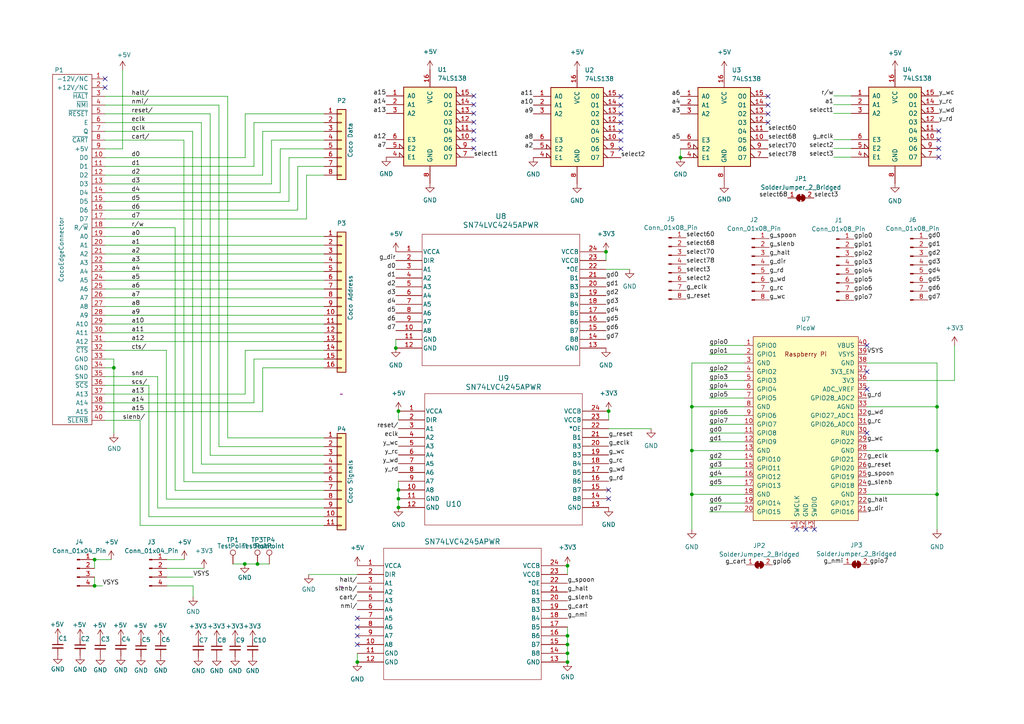
<source format=kicad_sch>
(kicad_sch (version 20230121) (generator eeschema)
  (paper "A4")
  (title_block (title "COPICO Bonobo") (date "2025-02-11") (rev "2.4a") (company "github strickyak copico-bonobo") (comment 1 "Henry Strickland") (comment 2 "Thomas Shanks"))
  (lib_symbols
    (symbol "2024-12-31_21-13-00:SN74LVC4245APWR" (pin_names (offset 0.254))
      (property "Reference" "U" (at 30.48 10.16 0))
      (property "Value" "SN74LVC4245APWR" (at 30.48 7.62 0))
      (symbol "SN74LVC4245APWR_0_1"
        (pin power_in line (at 0 0 0) (length 7.62) (name "VCCA") (number "1"))
        (pin bidirectional line (at 0 -22.86 0) (length 7.62) (name "A8") (number "10"))
        (pin power_in line (at 0 -25.4 0) (length 7.62) (name "GND") (number "11"))
        (pin power_in line (at 0 -27.94 0) (length 7.62) (name "GND") (number "12"))
        (pin power_in line (at 60.96 -27.94 180) (length 7.62) (name "GND") (number "13"))
        (pin bidirectional line (at 60.96 -25.4 180) (length 7.62) (name "B8") (number "14"))
        (pin bidirectional line (at 60.96 -22.86 180) (length 7.62) (name "B7") (number "15"))
        (pin bidirectional line (at 60.96 -20.32 180) (length 7.62) (name "B6") (number "16"))
        (pin bidirectional line (at 60.96 -17.78 180) (length 7.62) (name "B5") (number "17"))
        (pin bidirectional line (at 60.96 -15.24 180) (length 7.62) (name "B4") (number "18"))
        (pin bidirectional line (at 60.96 -12.7 180) (length 7.62) (name "B3") (number "19"))
        (pin input line (at 0 -2.54 0) (length 7.62) (name "DIR") (number "2"))
        (pin bidirectional line (at 60.96 -10.16 180) (length 7.62) (name "B3") (number "20"))
        (pin bidirectional line (at 60.96 -7.62 180) (length 7.62) (name "B1") (number "21"))
        (pin input line (at 60.96 -5.08 180) (length 7.62) (name "*OE") (number "22"))
        (pin power_in line (at 60.96 -2.54 180) (length 7.62) (name "VCCB") (number "23"))
        (pin power_in line (at 60.96 0 180) (length 7.62) (name "VCCB") (number "24"))
        (pin bidirectional line (at 0 -5.08 0) (length 7.62) (name "A1") (number "3"))
        (pin bidirectional line (at 0 -7.62 0) (length 7.62) (name "A2") (number "4"))
        (pin bidirectional line (at 0 -10.16 0) (length 7.62) (name "A3") (number "5"))
        (pin bidirectional line (at 0 -12.7 0) (length 7.62) (name "A4") (number "6"))
        (pin bidirectional line (at 0 -15.24 0) (length 7.62) (name "A5") (number "7"))
        (pin bidirectional line (at 0 -17.78 0) (length 7.62) (name "A6") (number "8"))
        (pin bidirectional line (at 0 -20.32 0) (length 7.62) (name "A7") (number "9"))
      )
    )
    (symbol "74xx:74LS138" (pin_names (offset 1.016))
      (property "Reference" "U" (at -7.62 11.43 0))
      (property "Value" "74LS138" (at -7.62 -13.97 0))
      (symbol "74LS138_1_0"
        (pin input line (at -12.7 7.62 0) (length 5.08) (name "A0") (number "1"))
        (pin output output_low (at 12.7 -5.08 180) (length 5.08) (name "O5") (number "10"))
        (pin output output_low (at 12.7 -2.54 180) (length 5.08) (name "O4") (number "11"))
        (pin output output_low (at 12.7 0 180) (length 5.08) (name "O3") (number "12"))
        (pin output output_low (at 12.7 2.54 180) (length 5.08) (name "O2") (number "13"))
        (pin output output_low (at 12.7 5.08 180) (length 5.08) (name "O1") (number "14"))
        (pin output output_low (at 12.7 7.62 180) (length 5.08) (name "O0") (number "15"))
        (pin power_in line (at 0 15.24 270) (length 5.08) (name "VCC") (number "16"))
        (pin input line (at -12.7 5.08 0) (length 5.08) (name "A1") (number "2"))
        (pin input line (at -12.7 2.54 0) (length 5.08) (name "A2") (number "3"))
        (pin input input_low (at -12.7 -10.16 0) (length 5.08) (name "E1") (number "4"))
        (pin input input_low (at -12.7 -7.62 0) (length 5.08) (name "E2") (number "5"))
        (pin input line (at -12.7 -5.08 0) (length 5.08) (name "E3") (number "6"))
        (pin output output_low (at 12.7 -10.16 180) (length 5.08) (name "O7") (number "7"))
        (pin power_in line (at 0 -17.78 90) (length 5.08) (name "GND") (number "8"))
        (pin output output_low (at 12.7 -7.62 180) (length 5.08) (name "O6") (number "9"))
      )
    )
    (symbol "Connector:Conn_01x04_Pin" (pin_names (offset 1.016) hide)
      (property "Reference" "J" (at 0 5.08 0))
      (property "Value" "Conn_01x04_Pin" (at 0 -7.62 0))
      (symbol "Conn_01x04_Pin_1_1"
        (pin passive line (at 5.08 2.54 180) (length 3.81) (name "Pin_1") (number "1"))
        (pin passive line (at 5.08 0 180) (length 3.81) (name "Pin_2") (number "2"))
        (pin passive line (at 5.08 -2.54 180) (length 3.81) (name "Pin_3") (number "3"))
        (pin passive line (at 5.08 -5.08 180) (length 3.81) (name "Pin_4") (number "4"))
      )
    )
    (symbol "Connector:Conn_01x08_Pin" (pin_names (offset 1.016) hide)
      (property "Reference" "J" (at 0 10.16 0))
      (property "Value" "Conn_01x08_Pin" (at 0 -12.7 0))
      (symbol "Conn_01x08_Pin_1_1"
        (pin passive line (at 5.08 7.62 180) (length 3.81) (name "Pin_1") (number "1"))
        (pin passive line (at 5.08 5.08 180) (length 3.81) (name "Pin_2") (number "2"))
        (pin passive line (at 5.08 2.54 180) (length 3.81) (name "Pin_3") (number "3"))
        (pin passive line (at 5.08 0 180) (length 3.81) (name "Pin_4") (number "4"))
        (pin passive line (at 5.08 -2.54 180) (length 3.81) (name "Pin_5") (number "5"))
        (pin passive line (at 5.08 -5.08 180) (length 3.81) (name "Pin_6") (number "6"))
        (pin passive line (at 5.08 -7.62 180) (length 3.81) (name "Pin_7") (number "7"))
        (pin passive line (at 5.08 -10.16 180) (length 3.81) (name "Pin_8") (number "8"))
      )
    )
    (symbol "Connector:TestPoint" (pin_numbers hide) (pin_names (offset 0.762) hide)
      (property "Reference" "TP" (at 0 6.858 0))
      (property "Value" "TestPoint" (at 0 5.08 0))
      (symbol "TestPoint_1_1"
        (pin passive line (at 0 0 90) (length 2.54) (name "1") (number "1"))
      )
    )
    (symbol "Connector_Generic:Conn_01x08" (pin_names (offset 1.016) hide)
      (property "Reference" "J" (at 0 10.16 0))
      (property "Value" "Conn_01x08" (at 0 -12.7 0))
      (symbol "Conn_01x08_1_1"
        (pin passive line (at -5.08 7.62 0) (length 3.81) (name "Pin_1") (number "1"))
        (pin passive line (at -5.08 5.08 0) (length 3.81) (name "Pin_2") (number "2"))
        (pin passive line (at -5.08 2.54 0) (length 3.81) (name "Pin_3") (number "3"))
        (pin passive line (at -5.08 0 0) (length 3.81) (name "Pin_4") (number "4"))
        (pin passive line (at -5.08 -2.54 0) (length 3.81) (name "Pin_5") (number "5"))
        (pin passive line (at -5.08 -5.08 0) (length 3.81) (name "Pin_6") (number "6"))
        (pin passive line (at -5.08 -7.62 0) (length 3.81) (name "Pin_7") (number "7"))
        (pin passive line (at -5.08 -10.16 0) (length 3.81) (name "Pin_8") (number "8"))
      )
    )
    (symbol "Connector_Generic:Conn_01x11" (pin_names (offset 1.016) hide)
      (property "Reference" "J" (at 0 15.24 0))
      (property "Value" "Conn_01x11" (at 0 -15.24 0))
      (symbol "Conn_01x11_1_1"
        (pin passive line (at -5.08 12.7 0) (length 3.81) (name "Pin_1") (number "1"))
        (pin passive line (at -5.08 -10.16 0) (length 3.81) (name "Pin_10") (number "10"))
        (pin passive line (at -5.08 -12.7 0) (length 3.81) (name "Pin_11") (number "11"))
        (pin passive line (at -5.08 10.16 0) (length 3.81) (name "Pin_2") (number "2"))
        (pin passive line (at -5.08 7.62 0) (length 3.81) (name "Pin_3") (number "3"))
        (pin passive line (at -5.08 5.08 0) (length 3.81) (name "Pin_4") (number "4"))
        (pin passive line (at -5.08 2.54 0) (length 3.81) (name "Pin_5") (number "5"))
        (pin passive line (at -5.08 0 0) (length 3.81) (name "Pin_6") (number "6"))
        (pin passive line (at -5.08 -2.54 0) (length 3.81) (name "Pin_7") (number "7"))
        (pin passive line (at -5.08 -5.08 0) (length 3.81) (name "Pin_8") (number "8"))
        (pin passive line (at -5.08 -7.62 0) (length 3.81) (name "Pin_9") (number "9"))
      )
    )
    (symbol "Connector_Generic:Conn_01x16" (pin_names (offset 1.016) hide)
      (property "Reference" "J" (at 0 20.32 0))
      (property "Value" "Conn_01x16" (at 0 -22.86 0))
      (symbol "Conn_01x16_1_1"
        (pin passive line (at -5.08 17.78 0) (length 3.81) (name "Pin_1") (number "1"))
        (pin passive line (at -5.08 -5.08 0) (length 3.81) (name "Pin_10") (number "10"))
        (pin passive line (at -5.08 -7.62 0) (length 3.81) (name "Pin_11") (number "11"))
        (pin passive line (at -5.08 -10.16 0) (length 3.81) (name "Pin_12") (number "12"))
        (pin passive line (at -5.08 -12.7 0) (length 3.81) (name "Pin_13") (number "13"))
        (pin passive line (at -5.08 -15.24 0) (length 3.81) (name "Pin_14") (number "14"))
        (pin passive line (at -5.08 -17.78 0) (length 3.81) (name "Pin_15") (number "15"))
        (pin passive line (at -5.08 -20.32 0) (length 3.81) (name "Pin_16") (number "16"))
        (pin passive line (at -5.08 15.24 0) (length 3.81) (name "Pin_2") (number "2"))
        (pin passive line (at -5.08 12.7 0) (length 3.81) (name "Pin_3") (number "3"))
        (pin passive line (at -5.08 10.16 0) (length 3.81) (name "Pin_4") (number "4"))
        (pin passive line (at -5.08 7.62 0) (length 3.81) (name "Pin_5") (number "5"))
        (pin passive line (at -5.08 5.08 0) (length 3.81) (name "Pin_6") (number "6"))
        (pin passive line (at -5.08 2.54 0) (length 3.81) (name "Pin_7") (number "7"))
        (pin passive line (at -5.08 0 0) (length 3.81) (name "Pin_8") (number "8"))
        (pin passive line (at -5.08 -2.54 0) (length 3.81) (name "Pin_9") (number "9"))
      )
    )
    (symbol "Device:C_Small" (pin_numbers hide) (pin_names (offset 0.254) hide)
      (property "Reference" "C" (at 0.254 1.778 0))
      (property "Value" "C_Small" (at 0.254 -2.032 0))
      (symbol "C_Small_1_1"
        (pin passive line (at 0 2.54 270) (length 2.032) (name "~") (number "1"))
        (pin passive line (at 0 -2.54 90) (length 2.032) (name "~") (number "2"))
      )
    )
    (symbol "Jumper:SolderJumper_2_Bridged" (pin_names (offset 0) hide)
      (property "Reference" "JP" (at 0 2.032 0))
      (property "Value" "SolderJumper_2_Bridged" (at 0 -2.54 0))
      (symbol "SolderJumper_2_Bridged_1_1"
        (pin passive line (at -3.81 0 0) (length 2.54) (name "A") (number "1"))
        (pin passive line (at 3.81 0 180) (length 2.54) (name "B") (number "2"))
      )
    )
    (symbol "dippy:PicoW" (pin_names (offset 1.016))
      (property "Reference" "U" (at -13.97 27.94 0))
      (property "Value" "PicoW" (at 0 19.05 0))
      (symbol "PicoW_0_0"
        (text "Raspberry Pi" (at 0 21.59 0) (effects (font (size 1.27 1.27))))
      )
      (symbol "PicoW_1_1"
        (pin bidirectional line (at -17.78 24.13 0) (length 2.54) (name "GPIO0") (number "1"))
        (pin bidirectional line (at -17.78 1.27 0) (length 2.54) (name "GPIO7") (number "10"))
        (pin bidirectional line (at -17.78 -1.27 0) (length 2.54) (name "GPIO8") (number "11"))
        (pin bidirectional line (at -17.78 -3.81 0) (length 2.54) (name "GPIO9") (number "12"))
        (pin power_in line (at -17.78 -6.35 0) (length 2.54) (name "GND") (number "13"))
        (pin bidirectional line (at -17.78 -8.89 0) (length 2.54) (name "GPIO10") (number "14"))
        (pin bidirectional line (at -17.78 -11.43 0) (length 2.54) (name "GPIO11") (number "15"))
        (pin bidirectional line (at -17.78 -13.97 0) (length 2.54) (name "GPIO12") (number "16"))
        (pin bidirectional line (at -17.78 -16.51 0) (length 2.54) (name "GPIO13") (number "17"))
        (pin power_in line (at -17.78 -19.05 0) (length 2.54) (name "GND") (number "18"))
        (pin bidirectional line (at -17.78 -21.59 0) (length 2.54) (name "GPIO14") (number "19"))
        (pin bidirectional line (at -17.78 21.59 0) (length 2.54) (name "GPIO1") (number "2"))
        (pin bidirectional line (at -17.78 -24.13 0) (length 2.54) (name "GPIO15") (number "20"))
        (pin bidirectional line (at 17.78 -24.13 180) (length 2.54) (name "GPIO16") (number "21"))
        (pin bidirectional line (at 17.78 -21.59 180) (length 2.54) (name "GPIO17") (number "22"))
        (pin power_in line (at 17.78 -19.05 180) (length 2.54) (name "GND") (number "23"))
        (pin bidirectional line (at 17.78 -16.51 180) (length 2.54) (name "GPIO18") (number "24"))
        (pin bidirectional line (at 17.78 -13.97 180) (length 2.54) (name "GPIO19") (number "25"))
        (pin bidirectional line (at 17.78 -11.43 180) (length 2.54) (name "GPIO20") (number "26"))
        (pin bidirectional line (at 17.78 -8.89 180) (length 2.54) (name "GPIO21") (number "27"))
        (pin power_in line (at 17.78 -6.35 180) (length 2.54) (name "GND") (number "28"))
        (pin bidirectional line (at 17.78 -3.81 180) (length 2.54) (name "GPIO22") (number "29"))
        (pin power_in line (at -17.78 19.05 0) (length 2.54) (name "GND") (number "3"))
        (pin input line (at 17.78 -1.27 180) (length 2.54) (name "RUN") (number "30"))
        (pin bidirectional line (at 17.78 1.27 180) (length 2.54) (name "GPIO26_ADC0") (number "31"))
        (pin bidirectional line (at 17.78 3.81 180) (length 2.54) (name "GPIO27_ADC1") (number "32"))
        (pin power_in line (at 17.78 6.35 180) (length 2.54) (name "AGND") (number "33"))
        (pin bidirectional line (at 17.78 8.89 180) (length 2.54) (name "GPIO28_ADC2") (number "34"))
        (pin unspecified line (at 17.78 11.43 180) (length 2.54) (name "ADC_VREF") (number "35"))
        (pin unspecified line (at 17.78 13.97 180) (length 2.54) (name "3V3") (number "36"))
        (pin input line (at 17.78 16.51 180) (length 2.54) (name "3V3_EN") (number "37"))
        (pin bidirectional line (at 17.78 19.05 180) (length 2.54) (name "GND") (number "38"))
        (pin unspecified line (at 17.78 21.59 180) (length 2.54) (name "VSYS") (number "39"))
        (pin bidirectional line (at -17.78 16.51 0) (length 2.54) (name "GPIO2") (number "4"))
        (pin unspecified line (at 17.78 24.13 180) (length 2.54) (name "VBUS") (number "40"))
        (pin input line (at -2.54 -29.21 90) (length 2.54) (name "SWCLK") (number "41"))
        (pin power_in line (at 0 -29.21 90) (length 2.54) (name "GND") (number "42"))
        (pin bidirectional line (at 2.54 -29.21 90) (length 2.54) (name "SWDIO") (number "43"))
        (pin bidirectional line (at -17.78 13.97 0) (length 2.54) (name "GPIO3") (number "5"))
        (pin bidirectional line (at -17.78 11.43 0) (length 2.54) (name "GPIO4") (number "6"))
        (pin bidirectional line (at -17.78 8.89 0) (length 2.54) (name "GPIO5") (number "7"))
        (pin power_in line (at -17.78 6.35 0) (length 2.54) (name "GND") (number "8"))
        (pin bidirectional line (at -17.78 3.81 0) (length 2.54) (name "GPIO6") (number "9"))
      )
    )
    (symbol "power:+3V3" (power) (pin_names (offset 0))
      (property "Value" "+3V3" (at 0 3.556 0))
      (symbol "+3V3_1_1"
        (pin power_in line (at 0 0 90) (length 0) hide (name "+3V3") (number "1"))
      )
    )
    (symbol "power:+5V" (power) (pin_names (offset 0))
      (property "Value" "+5V" (at 0 3.556 0))
      (symbol "+5V_1_1"
        (pin power_in line (at 0 0 90) (length 0) hide (name "+5V") (number "1"))
      )
    )
    (symbol "power:GND" (power) (pin_names (offset 0))
      (property "Value" "GND" (at 0 -3.81 0))
      (symbol "GND_1_1"
        (pin power_in line (at 0 0 270) (length 0) hide (name "GND") (number "1"))
      )
    )
    (symbol "spoon2-rescue:COCO_EDGE_CONNECTOR-00_Custom" (pin_names (offset 1.016))
      (property "Reference" "P" (at -3.175 52.07 0))
      (property "Value" "00_Custom_COCO_EDGE_CONNECTOR" (at -2.54 0 90))
      (symbol "COCO_EDGE_CONNECTOR-00_Custom_1_1"
        (pin power_out line (at 10.16 49.53 180) (length 3.81) (name "-12V/NC") (number "1"))
        (pin passive line (at 10.16 26.67 180) (length 3.81) (name "D0") (number "10"))
        (pin passive line (at 10.16 24.13 180) (length 3.81) (name "D1") (number "11"))
        (pin passive line (at 10.16 21.59 180) (length 3.81) (name "D2") (number "12"))
        (pin passive line (at 10.16 19.05 180) (length 3.81) (name "D3") (number "13"))
        (pin passive line (at 10.16 16.51 180) (length 3.81) (name "D4") (number "14"))
        (pin passive line (at 10.16 13.97 180) (length 3.81) (name "D5") (number "15"))
        (pin passive line (at 10.16 11.43 180) (length 3.81) (name "D6") (number "16"))
        (pin passive line (at 10.16 8.89 180) (length 3.81) (name "D7") (number "17"))
        (pin passive line (at 10.16 6.35 180) (length 3.81) (name "R/~{W}") (number "18"))
        (pin passive line (at 10.16 3.81 180) (length 3.81) (name "A0") (number "19"))
        (pin power_out line (at 10.16 46.99 180) (length 3.81) (name "+12V/NC") (number "2"))
        (pin passive line (at 10.16 1.27 180) (length 3.81) (name "A1") (number "20"))
        (pin passive line (at 10.16 -1.27 180) (length 3.81) (name "A2") (number "21"))
        (pin passive line (at 10.16 -3.81 180) (length 3.81) (name "A3") (number "22"))
        (pin passive line (at 10.16 -6.35 180) (length 3.81) (name "A4") (number "23"))
        (pin passive line (at 10.16 -8.89 180) (length 3.81) (name "A5") (number "24"))
        (pin passive line (at 10.16 -11.43 180) (length 3.81) (name "A6") (number "25"))
        (pin passive line (at 10.16 -13.97 180) (length 3.81) (name "A7") (number "26"))
        (pin passive line (at 10.16 -16.51 180) (length 3.81) (name "A8") (number "27"))
        (pin passive line (at 10.16 -19.05 180) (length 3.81) (name "A9") (number "28"))
        (pin passive line (at 10.16 -21.59 180) (length 3.81) (name "A10") (number "29"))
        (pin passive line (at 10.16 44.45 180) (length 3.81) (name "~{HALT}") (number "3"))
        (pin passive line (at 10.16 -24.13 180) (length 3.81) (name "A11") (number "30"))
        (pin passive line (at 10.16 -26.67 180) (length 3.81) (name "A12") (number "31"))
        (pin passive line (at 10.16 -29.21 180) (length 3.81) (name "~{CTS}") (number "32"))
        (pin power_out line (at 10.16 -31.75 180) (length 3.81) (name "GND") (number "33"))
        (pin power_in line (at 10.16 -34.29 180) (length 3.81) (name "GND") (number "34"))
        (pin passive line (at 10.16 -36.83 180) (length 3.81) (name "SND") (number "35"))
        (pin passive line (at 10.16 -39.37 180) (length 3.81) (name "~{SCS}") (number "36"))
        (pin passive line (at 10.16 -41.91 180) (length 3.81) (name "A13") (number "37"))
        (pin passive line (at 10.16 -44.45 180) (length 3.81) (name "A14") (number "38"))
        (pin passive line (at 10.16 -46.99 180) (length 3.81) (name "A15") (number "39"))
        (pin passive line (at 10.16 41.91 180) (length 3.81) (name "~{NMI}") (number "4"))
        (pin passive line (at 10.16 -49.53 180) (length 3.81) (name "~{SLENB}") (number "40"))
        (pin passive line (at 10.16 39.37 180) (length 3.81) (name "~{RESET}") (number "5"))
        (pin passive line (at 10.16 36.83 180) (length 3.81) (name "E") (number "6"))
        (pin passive line (at 10.16 34.29 180) (length 3.81) (name "Q") (number "7"))
        (pin passive line (at 10.16 31.75 180) (length 3.81) (name "~{CART}") (number "8"))
        (pin power_out line (at 10.16 29.21 180) (length 3.81) (name "+5V") (number "9"))
      )
    )
  )
  (junction (at 70.993 163.576))
  (junction (at 115.57 119.253))
  (junction (at 200.66 143.383))
  (junction (at 103.632 192.024))
  (junction (at 164.592 192.024))
  (junction (at 164.592 184.404))
  (junction (at 271.78 117.983))
  (junction (at 164.592 189.484))
  (junction (at 197.358 45.72))
  (junction (at 164.592 164.084))
  (junction (at 115.57 144.653))
  (junction (at 164.592 186.944))
  (junction (at 27.432 169.926))
  (junction (at 114.808 100.965))
  (junction (at 176.53 119.253))
  (junction (at 74.676 163.576))
  (junction (at 200.66 130.683))
  (junction (at 33.02 106.68))
  (junction (at 200.66 117.983))
  (junction (at 27.432 162.306))
  (junction (at 175.768 73.025))
  (junction (at 115.57 142.113))
  (junction (at 271.78 130.683))
  (junction (at 271.78 143.383))
  (junction (at 115.57 147.193))
  (no_connect (at 231.14 153.543))
  (no_connect (at 137.414 43.053))
  (no_connect (at 137.414 37.973))
  (no_connect (at 137.414 40.513))
  (no_connect (at 180.086 43.18))
  (no_connect (at 176.53 142.113))
  (no_connect (at 176.53 144.653))
  (no_connect (at 103.632 184.404))
  (no_connect (at 251.46 125.603))
  (no_connect (at 103.632 181.864))
  (no_connect (at 180.086 33.02))
  (no_connect (at 222.758 27.94))
  (no_connect (at 222.758 33.02))
  (no_connect (at 180.086 38.1))
  (no_connect (at 180.086 35.56))
  (no_connect (at 137.414 30.353))
  (no_connect (at 272.288 45.593))
  (no_connect (at 236.22 153.543))
  (no_connect (at 272.288 40.513))
  (no_connect (at 251.46 100.203))
  (no_connect (at 272.288 37.973))
  (no_connect (at 30.48 22.86))
  (no_connect (at 180.086 27.94))
  (no_connect (at 30.48 25.4))
  (no_connect (at 103.632 186.944))
  (no_connect (at 222.758 35.56))
  (no_connect (at 137.414 35.433))
  (no_connect (at 103.632 179.324))
  (no_connect (at 137.414 32.893))
  (no_connect (at 272.288 43.053))
  (no_connect (at 222.758 30.48))
  (no_connect (at 180.086 40.64))
  (no_connect (at 180.086 30.48))
  (no_connect (at 137.414 27.813))
  (no_connect (at 251.46 107.823))
  (no_connect (at 233.68 153.543))
  (no_connect (at 251.46 112.903))
  (wire (pts (xy 71.12 114.3) (xy 71.12 101.6)))
  (wire (pts (xy 241.808 27.813) (xy 246.888 27.813)))
  (wire (pts (xy 30.48 45.72) (xy 71.12 45.72)))
  (wire (pts (xy 175.768 73.025) (xy 175.768 75.565)))
  (wire (pts (xy 164.592 164.084) (xy 164.592 166.624)))
  (wire (pts (xy 205.74 110.363) (xy 215.9 110.363)))
  (wire (pts (xy 164.592 186.944) (xy 164.592 189.484)))
  (wire (pts (xy 33.02 106.68) (xy 30.48 106.68)))
  (wire (pts (xy 251.46 143.383) (xy 271.78 143.383)))
  (wire (pts (xy 30.48 104.14) (xy 33.02 104.14)))
  (wire (pts (xy 27.432 169.926) (xy 29.718 169.926)))
  (wire (pts (xy 30.48 53.34) (xy 78.74 53.34)))
  (wire (pts (xy 70.993 163.576) (xy 74.676 163.576)))
  (wire (pts (xy 58.42 134.62) (xy 58.42 35.56)))
  (wire (pts (xy 205.74 100.203) (xy 215.9 100.203)))
  (wire (pts (xy 251.46 110.363) (xy 276.86 110.363)))
  (wire (pts (xy 251.46 130.683) (xy 271.78 130.683)))
  (wire (pts (xy 200.66 117.983) (xy 200.66 130.683)))
  (wire (pts (xy 48.26 144.78) (xy 48.26 101.6)))
  (wire (pts (xy 205.74 133.223) (xy 215.9 133.223)))
  (wire (pts (xy 205.74 145.923) (xy 215.9 145.923)))
  (wire (pts (xy 115.57 142.113) (xy 115.57 144.653)))
  (wire (pts (xy 93.98 88.9) (xy 30.48 88.9)))
  (wire (pts (xy 33.02 106.68) (xy 33.02 125.73)))
  (wire (pts (xy 176.53 124.333) (xy 188.849 124.333)))
  (wire (pts (xy 60.96 33.02) (xy 60.96 132.08)))
  (wire (pts (xy 30.48 43.18) (xy 35.56 43.18)))
  (wire (pts (xy 241.808 32.893) (xy 246.888 32.893)))
  (wire (pts (xy 205.74 138.303) (xy 215.9 138.303)))
  (wire (pts (xy 81.28 55.88) (xy 81.28 43.18)))
  (wire (pts (xy 88.9 50.8) (xy 93.98 50.8)))
  (wire (pts (xy 40.64 152.4) (xy 93.98 152.4)))
  (wire (pts (xy 76.2 38.1) (xy 93.98 38.1)))
  (wire (pts (xy 74.676 163.576) (xy 78.105 163.576)))
  (wire (pts (xy 271.78 130.683) (xy 271.78 143.383)))
  (wire (pts (xy 60.96 132.08) (xy 93.98 132.08)))
  (wire (pts (xy 30.48 93.98) (xy 93.98 93.98)))
  (wire (pts (xy 175.768 78.105) (xy 182.626 78.105)))
  (wire (pts (xy 55.88 38.1) (xy 55.88 137.16)))
  (wire (pts (xy 63.5 30.48) (xy 63.5 129.54)))
  (wire (pts (xy 164.592 181.864) (xy 164.592 184.404)))
  (wire (pts (xy 115.57 139.573) (xy 115.57 142.113)))
  (wire (pts (xy 43.18 111.76) (xy 30.48 111.76)))
  (wire (pts (xy 48.26 101.6) (xy 30.48 101.6)))
  (wire (pts (xy 81.28 43.18) (xy 93.98 43.18)))
  (wire (pts (xy 200.66 130.683) (xy 215.9 130.683)))
  (wire (pts (xy 164.592 184.404) (xy 164.592 186.944)))
  (wire (pts (xy 176.53 119.253) (xy 176.53 121.793)))
  (wire (pts (xy 200.66 143.383) (xy 215.9 143.383)))
  (wire (pts (xy 86.36 48.26) (xy 93.98 48.26)))
  (wire (pts (xy 53.34 139.7) (xy 53.34 40.64)))
  (wire (pts (xy 115.57 144.653) (xy 115.57 147.193)))
  (wire (pts (xy 30.48 91.44) (xy 93.98 91.44)))
  (wire (pts (xy 30.48 81.28) (xy 93.98 81.28)))
  (wire (pts (xy 205.74 135.763) (xy 215.9 135.763)))
  (wire (pts (xy 53.34 40.64) (xy 30.48 40.64)))
  (wire (pts (xy 30.48 48.26) (xy 73.66 48.26)))
  (wire (pts (xy 103.632 189.484) (xy 103.632 192.024)))
  (wire (pts (xy 73.66 35.56) (xy 93.98 35.56)))
  (wire (pts (xy 48.387 169.926) (xy 56.007 169.926)))
  (wire (pts (xy 205.74 125.603) (xy 215.9 125.603)))
  (wire (pts (xy 30.48 63.5) (xy 88.9 63.5)))
  (wire (pts (xy 205.74 107.823) (xy 215.9 107.823)))
  (wire (pts (xy 58.42 35.56) (xy 30.48 35.56)))
  (wire (pts (xy 78.74 40.64) (xy 93.98 40.64)))
  (wire (pts (xy 205.74 120.523) (xy 215.9 120.523)))
  (wire (pts (xy 114.808 98.425) (xy 114.808 100.965)))
  (wire (pts (xy 205.74 112.903) (xy 215.9 112.903)))
  (wire (pts (xy 45.72 147.32) (xy 93.98 147.32)))
  (wire (pts (xy 66.04 27.94) (xy 66.04 127)))
  (wire (pts (xy 71.12 45.72) (xy 71.12 33.02)))
  (wire (pts (xy 71.12 101.6) (xy 93.98 101.6)))
  (wire (pts (xy 30.48 33.02) (xy 60.96 33.02)))
  (wire (pts (xy 56.007 169.926) (xy 56.007 173.101)))
  (wire (pts (xy 93.98 76.2) (xy 30.48 76.2)))
  (wire (pts (xy 50.8 66.04) (xy 50.8 142.24)))
  (wire (pts (xy 30.48 55.88) (xy 81.28 55.88)))
  (wire (pts (xy 93.98 78.74) (xy 30.48 78.74)))
  (wire (pts (xy 200.66 117.983) (xy 215.9 117.983)))
  (wire (pts (xy 30.48 114.3) (xy 71.12 114.3)))
  (wire (pts (xy 55.88 137.16) (xy 93.98 137.16)))
  (wire (pts (xy 93.98 134.62) (xy 58.42 134.62)))
  (wire (pts (xy 30.48 30.48) (xy 63.5 30.48)))
  (wire (pts (xy 27.432 167.386) (xy 27.432 169.926)))
  (wire (pts (xy 271.78 117.983) (xy 271.78 130.683)))
  (wire (pts (xy 30.48 27.94) (xy 66.04 27.94)))
  (wire (pts (xy 45.72 109.22) (xy 45.72 147.32)))
  (wire (pts (xy 30.48 86.36) (xy 93.98 86.36)))
  (wire (pts (xy 276.86 100.203) (xy 276.86 110.363)))
  (wire (pts (xy 30.48 121.92) (xy 40.64 121.92)))
  (wire (pts (xy 251.46 105.283) (xy 271.78 105.283)))
  (wire (pts (xy 73.66 104.14) (xy 73.66 116.84)))
  (wire (pts (xy 63.5 129.54) (xy 93.98 129.54)))
  (wire (pts (xy 205.74 123.063) (xy 215.9 123.063)))
  (wire (pts (xy 27.432 162.306) (xy 32.258 162.306)))
  (wire (pts (xy 164.592 189.484) (xy 164.592 192.024)))
  (wire (pts (xy 93.98 96.52) (xy 30.48 96.52)))
  (wire (pts (xy 83.82 45.72) (xy 93.98 45.72)))
  (wire (pts (xy 30.48 66.04) (xy 50.8 66.04)))
  (wire (pts (xy 73.66 104.14) (xy 93.98 104.14)))
  (wire (pts (xy 27.432 162.306) (xy 27.432 164.846)))
  (wire (pts (xy 30.48 99.06) (xy 93.98 99.06)))
  (wire (pts (xy 88.9 63.5) (xy 88.9 50.8)))
  (wire (pts (xy 50.8 142.24) (xy 93.98 142.24)))
  (wire (pts (xy 205.74 102.743) (xy 215.9 102.743)))
  (wire (pts (xy 30.48 73.66) (xy 93.98 73.66)))
  (wire (pts (xy 271.78 105.283) (xy 271.78 117.983)))
  (wire (pts (xy 78.74 53.34) (xy 78.74 40.64)))
  (wire (pts (xy 71.12 33.02) (xy 93.98 33.02)))
  (wire (pts (xy 76.2 50.8) (xy 76.2 38.1)))
  (wire (pts (xy 205.74 148.463) (xy 215.9 148.463)))
  (wire (pts (xy 48.387 167.386) (xy 56.007 167.386)))
  (wire (pts (xy 76.2 106.68) (xy 76.2 119.38)))
  (wire (pts (xy 30.48 38.1) (xy 55.88 38.1)))
  (wire (pts (xy 241.808 45.593) (xy 246.888 45.593)))
  (wire (pts (xy 93.98 144.78) (xy 48.26 144.78)))
  (wire (pts (xy 89.535 166.624) (xy 103.632 166.624)))
  (wire (pts (xy 30.48 58.42) (xy 83.82 58.42)))
  (wire (pts (xy 86.36 60.96) (xy 86.36 48.26)))
  (wire (pts (xy 35.56 43.18) (xy 35.56 20.32)))
  (wire (pts (xy 205.74 115.443) (xy 215.9 115.443)))
  (wire (pts (xy 83.82 58.42) (xy 83.82 45.72)))
  (wire (pts (xy 30.48 50.8) (xy 76.2 50.8)))
  (wire (pts (xy 93.98 83.82) (xy 30.48 83.82)))
  (wire (pts (xy 200.66 105.283) (xy 200.66 117.983)))
  (wire (pts (xy 30.48 109.22) (xy 45.72 109.22)))
  (wire (pts (xy 271.78 143.383) (xy 271.78 153.543)))
  (wire (pts (xy 66.04 127) (xy 93.98 127)))
  (wire (pts (xy 241.808 40.513) (xy 246.888 40.513)))
  (wire (pts (xy 241.808 43.053) (xy 246.888 43.053)))
  (wire (pts (xy 67.564 163.576) (xy 70.993 163.576)))
  (wire (pts (xy 197.358 43.18) (xy 197.358 45.72)))
  (wire (pts (xy 200.66 130.683) (xy 200.66 143.383)))
  (wire (pts (xy 205.74 128.143) (xy 215.9 128.143)))
  (wire (pts (xy 115.57 119.253) (xy 115.57 121.793)))
  (wire (pts (xy 43.18 149.86) (xy 43.18 111.76)))
  (wire (pts (xy 30.48 60.96) (xy 86.36 60.96)))
  (wire (pts (xy 40.64 121.92) (xy 40.64 152.4)))
  (wire (pts (xy 30.48 71.12) (xy 93.98 71.12)))
  (wire (pts (xy 33.02 104.14) (xy 33.02 106.68)))
  (wire (pts (xy 48.387 164.846) (xy 59.182 164.846)))
  (wire (pts (xy 93.98 106.68) (xy 76.2 106.68)))
  (wire (pts (xy 241.808 30.353) (xy 246.888 30.353)))
  (wire (pts (xy 200.66 105.283) (xy 215.9 105.283)))
  (wire (pts (xy 73.66 48.26) (xy 73.66 35.56)))
  (wire (pts (xy 48.387 162.306) (xy 53.467 162.306)))
  (wire (pts (xy 93.98 68.58) (xy 30.48 68.58)))
  (wire (pts (xy 76.2 119.38) (xy 30.48 119.38)))
  (wire (pts (xy 73.66 116.84) (xy 30.48 116.84)))
  (wire (pts (xy 205.74 140.843) (xy 215.9 140.843)))
  (wire (pts (xy 93.98 139.7) (xy 53.34 139.7)))
  (wire (pts (xy 251.46 117.983) (xy 271.78 117.983)))
  (wire (pts (xy 200.66 143.383) (xy 200.66 153.543)))
  (wire (pts (xy 93.98 149.86) (xy 43.18 149.86)))
  (label "gd7" (at 205.74 148.463 0))
  (label "g_wd" (at 223.139 81.915 0))
  (label "d5" (at 114.808 90.805 180))
  (label "a11" (at 38.1 96.52 0))
  (label "gd5" (at 175.768 93.345 0))
  (label "select60" (at 222.758 38.1 0))
  (label "g_rd" (at 176.53 139.573 0))
  (label "select2" (at 180.086 45.72 0))
  (label "gd1" (at 205.74 128.143 0))
  (label "g_rc" (at 176.53 134.493 0))
  (label "a10" (at 38.1 93.98 0))
  (label "d1" (at 114.808 80.645 180))
  (label "g_eclk" (at 176.53 129.413 0))
  (label "cart{slash}" (at 103.632 174.244 180))
  (label "a13" (at 38.1 114.3 0))
  (label "select3" (at 241.808 45.593 180))
  (label "a7" (at 38.1 86.36 0))
  (label "a8" (at 38.1 88.9 0))
  (label "g_reset" (at 251.46 135.763 0))
  (label "g_spoon" (at 164.592 169.164 0))
  (label "select70" (at 199.009 74.041 0))
  (label "gd3" (at 269.113 76.835 0))
  (label "reset{slash}" (at 115.57 124.333 180))
  (label "g_slenb" (at 164.592 174.244 0))
  (label "d7" (at 38.1 63.5 0))
  (label "snd" (at 38.1 109.22 0))
  (label "reset{slash}" (at 38.1 33.02 0))
  (label "gd3" (at 175.768 88.265 0))
  (label "g_wc" (at 176.53 131.953 0))
  (label "VSYS" (at 251.46 102.743 0))
  (label "gpio4" (at 205.74 112.903 0))
  (label "eclk" (at 115.57 126.873 180))
  (label "gd0" (at 175.768 80.645 0))
  (label "d5" (at 38.1 58.42 0))
  (label "a4" (at 38.1 78.74 0))
  (label "g_nmi" (at 164.592 179.324 0))
  (label "cart{slash}" (at 38.1 40.64 0))
  (label "gd6" (at 269.113 84.455 0))
  (label "a2" (at 38.1 73.66 0))
  (label "a6" (at 197.358 27.94 180))
  (label "d7" (at 114.808 95.885 180))
  (label "y_wc" (at 272.288 27.813 0))
  (label "select68" (at 228.473 57.404 180))
  (label "halt{slash}" (at 38.1 27.94 0))
  (label "g_wc" (at 251.46 128.143 0))
  (label "gpio6" (at 205.74 120.523 0))
  (label "a1" (at 241.808 30.353 180))
  (label "y_rc" (at 115.57 131.953 180))
  (label "select68" (at 222.758 40.64 0))
  (label "select78" (at 199.009 76.581 0))
  (label "gpio2" (at 247.65 74.422 0))
  (label "g_reset" (at 176.53 126.873 0))
  (label "a15" (at 112.014 27.813 180))
  (label "a5" (at 38.1 81.28 0))
  (label "gpio6" (at 224.028 163.83 0))
  (label "d6" (at 38.1 60.96 0))
  (label "gd2" (at 205.74 133.223 0))
  (label "g_rd" (at 251.46 115.443 0))
  (label "g_eclk" (at 199.009 84.201 0))
  (label "a10" (at 154.686 30.48 180))
  (label "r{slash}w" (at 38.1 66.04 0))
  (label "gpio7" (at 247.65 87.122 0))
  (label "a14" (at 38.1 116.84 0))
  (label "gd6" (at 175.768 95.885 0))
  (label "select1" (at 137.414 45.593 0))
  (label "a2" (at 154.686 43.18 180))
  (label "d2" (at 38.1 50.8 0))
  (label "select2" (at 199.009 81.661 0))
  (label "halt{slash}" (at 103.632 169.164 180))
  (label "cts{slash}" (at 38.1 101.6 0))
  (label "g_rc" (at 223.139 84.455 0))
  (label "d2" (at 114.808 83.185 180))
  (label "gpio1" (at 205.74 102.743 0))
  (label "a15" (at 38.1 119.38 0))
  (label "g_eclk" (at 251.46 133.223 0))
  (label "y_wd" (at 272.288 32.893 0))
  (label "g_wd" (at 176.53 137.033 0))
  (label "d3" (at 38.1 53.34 0))
  (label "g_rc" (at 251.46 123.063 0))
  (label "a3" (at 197.358 33.02 180))
  (label "select1" (at 241.808 32.893 180))
  (label "select3" (at 236.093 57.404 0))
  (label "select68" (at 199.009 71.501 0))
  (label "gd7" (at 269.113 86.995 0))
  (label "select78" (at 222.758 45.72 0))
  (label "VSYS" (at 29.718 169.926 0))
  (label "a13" (at 112.014 32.893 180))
  (label "g_eclk" (at 241.808 40.513 180))
  (label "d4" (at 114.808 88.265 180))
  (label "scs{slash}" (at 38.1 111.76 0))
  (label "a0" (at 38.1 68.58 0))
  (label "g_halt" (at 164.592 171.704 0))
  (label "gpio5" (at 247.65 82.042 0))
  (label "gd6" (at 205.74 145.923 0))
  (label "gpio1" (at 247.65 71.882 0))
  (label "a6" (at 38.1 83.82 0))
  (label "gd4" (at 269.113 79.375 0))
  (label "y_rd" (at 115.57 137.033 180))
  (label "g_halt" (at 223.139 74.295 0))
  (label "g_wc" (at 223.139 86.995 0))
  (label "a1" (at 38.1 71.12 0))
  (label "gpio3" (at 247.65 76.962 0))
  (label "gd1" (at 269.113 71.755 0))
  (label "a3" (at 38.1 76.2 0))
  (label "a11" (at 154.686 27.94 180))
  (label "gpio0" (at 247.65 69.342 0))
  (label "select70" (at 222.758 43.18 0))
  (label "gd7" (at 175.768 98.425 0))
  (label "gd5" (at 269.113 81.915 0))
  (label "g_halt" (at 251.46 145.923 0))
  (label "gd2" (at 269.113 74.295 0))
  (label "d4" (at 38.1 55.88 0))
  (label "gd0" (at 205.74 125.603 0))
  (label "gpio0" (at 205.74 100.203 0))
  (label "r{slash}w" (at 241.808 27.813 180))
  (label "d0" (at 38.1 45.72 0))
  (label "select3" (at 199.009 79.121 0))
  (label "y_wd" (at 115.57 134.493 180))
  (label "eclk" (at 38.1 35.56 0))
  (label "g_spoon" (at 251.46 138.303 0))
  (label "nmi{slash}" (at 103.632 176.784 180))
  (label "g_wd" (at 251.46 120.523 0))
  (label "a7" (at 112.014 43.053 180))
  (label "d1" (at 38.1 48.26 0))
  (label "g_spoon" (at 223.139 69.215 0))
  (label "gd3" (at 205.74 135.763 0))
  (label "a9" (at 154.686 33.02 180))
  (label "VSYS" (at 56.007 167.386 0))
  (label "y_wc" (at 115.57 129.413 180))
  (label "g_nmi" (at 244.602 163.703 180))
  (label "nmi{slash}" (at 38.1 30.48 0))
  (label "a9" (at 38.1 91.44 0))
  (label "a5" (at 197.358 40.64 180))
  (label "a12" (at 38.1 99.06 0))
  (label "a14" (at 112.014 30.353 180))
  (label "gpio2" (at 205.74 107.823 0))
  (label "g_cart" (at 164.592 176.784 0))
  (label "gd4" (at 175.768 90.805 0))
  (label "gpio7" (at 252.222 163.703 0))
  (label "d6" (at 114.808 93.345 180))
  (label "gd2" (at 175.768 85.725 0))
  (label "gpio5" (at 205.74 115.443 0))
  (label "slenb{slash}" (at 35.56 121.92 0))
  (label "a4" (at 197.358 30.48 180))
  (label "gpio4" (at 247.65 79.502 0))
  (label "a12" (at 112.014 40.513 180))
  (label "gpio3" (at 205.74 110.363 0))
  (label "g_cart" (at 216.408 163.83 180))
  (label "gd4" (at 205.74 138.303 0))
  (label "d3" (at 114.808 85.725 180))
  (label "d0" (at 114.808 78.105 180))
  (label "g_slenb" (at 223.139 71.755 0))
  (label "a8" (at 154.686 40.64 180))
  (label "y_rc" (at 272.288 30.353 0))
  (label "select60" (at 199.009 68.961 0))
  (label "gpio6" (at 247.65 84.582 0))
  (label "qclk" (at 38.1 38.1 0))
  (label "g_dir" (at 114.808 75.565 180))
  (label "g_dir" (at 223.139 76.835 0))
  (label "g_slenb" (at 251.46 140.843 0))
  (label "select2" (at 241.808 43.053 180))
  (label "gd0" (at 269.113 69.215 0))
  (label "gd1" (at 175.768 83.185 0))
  (label "y_rd" (at 272.288 35.433 0))
  (label "g_rd" (at 223.139 79.375 0))
  (label "g_dir" (at 251.46 148.463 0))
  (label "gd5" (at 205.74 140.843 0))
  (label "gpio7" (at 205.74 123.063 0))
  (label "g_reset" (at 199.009 86.741 0))
  (label "slenb{slash}" (at 103.632 171.704 180))
  (symbol (lib_id "spoon2-rescue:COCO_EDGE_CONNECTOR-00_Custom") (at 20.32 72.39 0) (unit 1)
    (property "Reference" "P1" (at 17.145 20.32 0))
    (property "Value" "CocoEdgeConnector" (at 17.78 72.39 90))
    (property "Footprint" "0Titanium:CocoCardEdgeCocoMIDI" (effects hide))
  )
  (symbol (lib_id "Connector_Generic:Conn_01x16") (at 99.06 86.36 0) (unit 1)
    (property "Reference" "P3" (at 99.06 64.77 0))
    (property "Value" "Coco Address" (at 101.6 86.36 90))
    (property "Footprint" "Housings_DIP:DIP-32_W15.24mm" (effects hide))
    (property "Datasheet" "~" (at 99.06 114.3 0))
  )
  (symbol (lib_id "Connector_Generic:Conn_01x08") (at 99.06 40.64 0) (unit 1)
    (property "Reference" "P2" (at 99.06 29.21 0))
    (property "Value" "Coco Data" (at 101.6 40.64 90))
    (property "Footprint" "Housings_DIP:DIP-16_W7.62mm" (effects hide))
    (property "Datasheet" "~" (at 99.06 71.12 0))
  )
  (symbol (lib_id "Connector_Generic:Conn_01x11") (at 99.06 139.7 0) (unit 1)
    (property "Reference" "P4" (at 99.06 124.46 0))
    (property "Value" "Coco Signals" (at 101.6 139.7 90))
    (property "Footprint" "Housings_DIP:DIP-22_W10.16mm" (effects hide))
    (property "Datasheet" "~" (at 99.06 170.18 0))
  )
  (symbol (lib_id "power:GND") (at 33.02 125.73 0) (unit 1)
    (property "Reference" "#PWR0106" (effects hide))
    (property "Value" "GND" (at 33.147 130.1242 0))
  )
  (symbol (lib_id "power:+5V") (at 35.56 20.32 0) (unit 1)
    (property "Reference" "#PWR0102" (effects hide))
    (property "Value" "+5V" (at 35.941 15.9258 0))
  )
  (symbol (lib_id "2024-12-31_21-13-00:SN74LVC4245APWR") (at 114.808 73.025 0) (unit 1)
    (property "Reference" "U8" (at 145.288 62.738 0) (effects (font (size 1.524 1.524))))
    (property "Value" "SN74LVC4245APWR" (at 145.288 65.278 0) (effects (font (size 1.524 1.524))))
    (property "Footprint" "Package_SO:TSSOP-24_4.4x7.8mm_P0.65mm" (effects hide))
    (property "Datasheet" "SN74LVC4245APWR" (effects hide))
  )
  (symbol (lib_id "74xx:74LS138") (at 210.058 35.56 0) (unit 1)
    (property "Reference" "U3" (at 212.2521 20.32 0) (effects (justify left)))
    (property "Value" "74LS138" (at 212.2521 22.86 0) (effects (justify left)))
    (property "Footprint" "Package_SO:SOIC-16_3.9x9.9mm_P1.27mm" (effects hide))
    (property "Datasheet" "http://www.ti.com/lit/gpn/sn74LS138" (effects hide))
  )
  (symbol (lib_id "power:+3V3") (at 59.182 164.846 0) (unit 1)
    (property "Reference" "#PWR036" (effects hide))
    (property "Value" "+3V3" (at 59.182 159.766 0))
  )
  (symbol (lib_id "Device:C_Small") (at 16.764 187.452 0) (unit 1)
    (property "Reference" "C1" (at 16.891 185.166 0) (effects (justify left)))
    (property "Value" "C_Small" (effects hide))
    (property "Footprint" "Capacitor_SMD:C_0402_1005Metric" (effects hide))
  )
  (symbol (lib_id "power:GND") (at 154.686 45.72 0) (unit 1)
    (property "Reference" "#PWR04" (effects hide))
    (property "Value" "GND" (at 154.686 50.546 0))
  )
  (symbol (lib_id "power:+3V3") (at 62.865 185.42 0) (unit 1)
    (property "Reference" "#PWR038" (effects hide))
    (property "Value" "+3V3" (at 62.738 181.61 0))
  )
  (symbol (lib_id "74xx:74LS138") (at 167.386 35.56 0) (unit 1)
    (property "Reference" "U2" (at 169.5801 20.32 0) (effects (justify left)))
    (property "Value" "74LS138" (at 169.5801 22.86 0) (effects (justify left)))
    (property "Footprint" "Package_SO:SOIC-16_3.9x9.9mm_P1.27mm" (effects hide))
    (property "Datasheet" "http://www.ti.com/lit/gpn/sn74LS138" (effects hide))
  )
  (symbol (lib_id "Device:C_Small") (at 40.894 187.833 0) (unit 1)
    (property "Reference" "C5" (at 41.021 185.547 0) (effects (justify left)))
    (property "Value" "C_Small" (effects hide))
    (property "Footprint" "Capacitor_SMD:C_0402_1005Metric" (effects hide))
  )
  (symbol (lib_id "power:+3V3") (at 175.768 73.025 0) (unit 1)
    (property "Reference" "#PWR044" (effects hide))
    (property "Value" "+3V3" (at 175.768 67.818 0))
  )
  (symbol (lib_id "power:GND") (at 62.865 190.5 0) (unit 1)
    (property "Reference" "#PWR039" (effects hide))
    (property "Value" "GND" (at 62.865 194.564 0))
  )
  (symbol (lib_id "power:+5V") (at 16.764 184.912 0) (unit 1)
    (property "Reference" "#PWR016" (effects hide))
    (property "Value" "+5V" (at 16.51 181.102 0))
  )
  (symbol (lib_id "2024-12-31_21-13-00:SN74LVC4245APWR") (at 115.57 119.253 0) (unit 1)
    (property "Reference" "U9" (at 146.05 109.728 0) (effects (font (size 1.524 1.524))))
    (property "Value" "SN74LVC4245APWR" (at 146.05 112.268 0) (effects (font (size 1.524 1.524))))
    (property "Footprint" "Package_SO:TSSOP-24_4.4x7.8mm_P0.65mm" (effects hide))
    (property "Datasheet" "SN74LVC4245APWR" (effects hide))
  )
  (symbol (lib_id "power:GND") (at 70.993 163.576 0) (unit 1)
    (property "Reference" "#PWR052" (effects hide))
    (property "Value" "GND" (at 70.993 167.513 0))
  )
  (symbol (lib_id "power:+5V") (at 40.894 185.293 0) (unit 1)
    (property "Reference" "#PWR031" (effects hide))
    (property "Value" "+5V" (at 40.64 181.483 0))
  )
  (symbol (lib_id "Connector:Conn_01x08_Pin") (at 264.033 76.835 0) (unit 1)
    (property "Reference" "J6" (at 264.668 63.754 0))
    (property "Value" "Conn_01x08_Pin" (at 264.668 66.294 0))
    (property "Footprint" "Connector_PinHeader_2.54mm:PinHeader_1x08_P2.54mm_Vertical" (effects hide))
  )
  (symbol (lib_id "power:GND") (at 103.632 192.024 0) (unit 1)
    (property "Reference" "#PWR050" (effects hide))
    (property "Value" "GND" (at 103.632 196.977 0))
  )
  (symbol (lib_id "Device:C_Small") (at 68.199 187.96 0) (unit 1)
    (property "Reference" "C9" (at 68.326 185.674 0) (effects (justify left)))
    (property "Value" "C_Small" (effects hide))
    (property "Footprint" "Capacitor_SMD:C_0402_1005Metric" (effects hide))
  )
  (symbol (lib_id "power:GND") (at 40.894 190.373 0) (unit 1)
    (property "Reference" "#PWR032" (effects hide))
    (property "Value" "GND" (at 40.894 194.437 0))
  )
  (symbol (lib_id "power:+5V") (at 124.714 20.193 0) (unit 1)
    (property "Reference" "#PWR03" (effects hide))
    (property "Value" "+5V" (at 124.714 14.986 0))
  )
  (symbol (lib_id "power:+5V") (at 32.258 162.306 0) (unit 1)
    (property "Reference" "#PWR012" (effects hide))
    (property "Value" "+5V" (at 32.258 157.226 0))
  )
  (symbol (lib_id "power:GND") (at 271.78 153.543 0) (unit 1)
    (property "Reference" "#PWR021" (effects hide))
    (property "Value" "GND" (at 271.78 158.623 0))
  )
  (symbol (lib_id "power:+5V") (at 29.083 185.166 0) (unit 1)
    (property "Reference" "#PWR026" (effects hide))
    (property "Value" "+5V" (at 28.829 181.356 0))
  )
  (symbol (lib_id "power:+5V") (at 53.467 162.306 0) (unit 1)
    (property "Reference" "#PWR028" (effects hide))
    (property "Value" "+5V" (at 53.467 157.226 0))
  )
  (symbol (lib_id "power:+5V") (at 210.058 20.32 0) (unit 1)
    (property "Reference" "#PWR08" (effects hide))
    (property "Value" "+5V" (at 210.058 15.113 0))
  )
  (symbol (lib_id "power:+5V") (at 46.609 185.293 0) (unit 1)
    (property "Reference" "#PWR033" (effects hide))
    (property "Value" "+5V" (at 46.355 181.483 0))
  )
  (symbol (lib_id "power:GND") (at 16.764 189.992 0) (unit 1)
    (property "Reference" "#PWR017" (effects hide))
    (property "Value" "GND" (at 16.764 194.056 0))
  )
  (symbol (lib_id "power:GND") (at 124.714 53.213 0) (unit 1)
    (property "Reference" "#PWR02" (effects hide))
    (property "Value" "GND" (at 124.714 58.039 0))
  )
  (symbol (lib_id "power:GND") (at 210.058 53.34 0) (unit 1)
    (property "Reference" "#PWR09" (effects hide))
    (property "Value" "GND" (at 210.058 57.785 0))
  )
  (symbol (lib_id "power:+3V3") (at 68.199 185.42 0) (unit 1)
    (property "Reference" "#PWR040" (effects hide))
    (property "Value" "+3V3" (at 68.072 181.61 0))
  )
  (symbol (lib_id "power:+5V") (at 114.808 73.025 0) (unit 1)
    (property "Reference" "#PWR013" (effects hide))
    (property "Value" "+5V" (at 114.808 67.818 0))
  )
  (symbol (lib_id "power:+5V") (at 35.052 185.166 0) (unit 1)
    (property "Reference" "#PWR029" (effects hide))
    (property "Value" "+5V" (at 34.798 181.356 0))
  )
  (symbol (lib_id "74xx:74LS138") (at 124.714 35.433 0) (unit 1)
    (property "Reference" "U1" (at 126.9081 20.193 0) (effects (justify left)))
    (property "Value" "74LS138" (at 126.9081 22.733 0) (effects (justify left)))
    (property "Footprint" "Package_SO:SOIC-16_3.9x9.9mm_P1.27mm" (effects hide))
    (property "Datasheet" "http://www.ti.com/lit/gpn/sn74LS138" (effects hide))
  )
  (symbol (lib_id "Connector:TestPoint") (at 74.676 163.576 0) (unit 1)
    (property "Reference" "TP3" (at 72.771 156.591 0) (effects (justify left)))
    (property "Value" "TestPoint" (at 70.104 158.369 0) (effects (justify left)))
    (property "Footprint" "TestPoint:TestPoint_Plated_Hole_D4.0mm" (effects hide))
  )
  (symbol (lib_id "power:+3V3") (at 276.86 100.203 0) (unit 1)
    (property "Reference" "#PWR022" (effects hide))
    (property "Value" "+3V3" (at 276.86 95.123 0))
  )
  (symbol (lib_id "power:GND") (at 35.052 190.246 0) (unit 1)
    (property "Reference" "#PWR030" (effects hide))
    (property "Value" "GND" (at 35.052 194.31 0))
  )
  (symbol (lib_id "power:GND") (at 114.808 100.965 0) (unit 1)
    (property "Reference" "#PWR014" (effects hide))
    (property "Value" "GND" (at 114.808 105.918 0))
  )
  (symbol (lib_id "power:+3V3") (at 57.531 185.42 0) (unit 1)
    (property "Reference" "#PWR035" (effects hide))
    (property "Value" "+3V3" (at 57.404 181.61 0))
  )
  (symbol (lib_id "power:GND") (at 112.014 45.593 0) (unit 1)
    (property "Reference" "#PWR01" (effects hide))
    (property "Value" "GND" (at 112.014 50.419 0))
  )
  (symbol (lib_id "Connector:Conn_01x04_Pin") (at 43.307 164.846 0) (unit 1)
    (property "Reference" "J3" (at 43.942 157.226 0))
    (property "Value" "Conn_01x04_Pin" (at 43.942 159.766 0))
    (property "Footprint" "Connector_PinHeader_2.54mm:PinHeader_1x04_P2.54mm_Vertical" (effects hide))
  )
  (symbol (lib_id "Device:C_Small") (at 46.609 187.833 0) (unit 1)
    (property "Reference" "C6" (at 46.736 185.547 0) (effects (justify left)))
    (property "Value" "C_Small" (effects hide))
    (property "Footprint" "Capacitor_SMD:C_0402_1005Metric" (effects hide))
  )
  (symbol (lib_id "power:GND") (at 188.849 124.333 0) (unit 1)
    (property "Reference" "#PWR048" (effects hide))
    (property "Value" "GND" (at 188.849 129.286 0))
  )
  (symbol (lib_id "dippy:PicoW") (at 233.68 124.333 0) (unit 1)
    (property "Reference" "U7" (at 233.68 92.583 0))
    (property "Value" "PicoW" (at 233.68 95.123 0))
    (property "Footprint" "00_RPi:RPi_PicoW_SMD_TH" (effects hide))
  )
  (symbol (lib_id "Device:C_Small") (at 35.052 187.706 0) (unit 1)
    (property "Reference" "C4" (at 35.179 185.42 0) (effects (justify left)))
    (property "Value" "C_Small" (effects hide))
    (property "Footprint" "Capacitor_SMD:C_0402_1005Metric" (effects hide))
  )
  (symbol (lib_id "Device:C_Small") (at 29.083 187.706 0) (unit 1)
    (property "Reference" "C3" (at 29.21 185.42 0) (effects (justify left)))
    (property "Value" "C_Small" (effects hide))
    (property "Footprint" "Capacitor_SMD:C_0402_1005Metric" (effects hide))
  )
  (symbol (lib_id "Jumper:SolderJumper_2_Bridged") (at 232.283 57.404 0) (unit 1)
    (property "Reference" "JP1" (at 232.283 51.816 0))
    (property "Value" "SolderJumper_2_Bridged" (at 232.283 54.356 0))
    (property "Footprint" "Jumper:SolderJumper-2_P1.3mm_Bridged_Pad1.0x1.5mm" (effects hide))
  )
  (symbol (lib_id "power:GND") (at 56.007 173.101 0) (unit 1)
    (property "Reference" "#PWR023" (effects hide))
    (property "Value" "GND" (at 56.007 177.419 0))
  )
  (symbol (lib_id "power:GND") (at 46.609 190.373 0) (unit 1)
    (property "Reference" "#PWR034" (effects hide))
    (property "Value" "GND" (at 46.609 194.437 0))
  )
  (symbol (lib_id "power:GND") (at 176.53 147.193 0) (unit 1)
    (property "Reference" "#PWR046" (effects hide))
    (property "Value" "GND" (at 176.53 152.146 0))
  )
  (symbol (lib_id "Connector:Conn_01x04_Pin") (at 22.352 164.846 0) (unit 1)
    (property "Reference" "J4" (at 22.987 157.226 0))
    (property "Value" "Conn_01x04_Pin" (at 22.987 159.766 0))
    (property "Footprint" "Connector_PinHeader_2.54mm:PinHeader_1x04_P2.54mm_Vertical" (effects hide))
  )
  (symbol (lib_id "power:+3V3") (at 164.592 164.084 0) (unit 1)
    (property "Reference" "#PWR015" (effects hide))
    (property "Value" "+3V3" (at 164.592 158.75 0))
  )
  (symbol (lib_id "power:+5V") (at 103.632 164.084 0) (unit 1)
    (property "Reference" "#PWR051" (effects hide))
    (property "Value" "+5V" (at 103.632 158.877 0))
  )
  (symbol (lib_id "power:GND") (at 200.66 153.543 0) (unit 1)
    (property "Reference" "#PWR020" (effects hide))
    (property "Value" "GND" (at 200.66 158.623 0))
  )
  (symbol (lib_id "power:+5V") (at 115.57 119.253 0) (unit 1)
    (property "Reference" "#PWR049" (effects hide))
    (property "Value" "+5V" (at 115.57 114.046 0))
  )
  (symbol (lib_id "power:GND") (at 197.358 45.72 0) (unit 1)
    (property "Reference" "#PWR07" (effects hide))
    (property "Value" "GND" (at 197.358 50.546 0))
  )
  (symbol (lib_id "Jumper:SolderJumper_2_Bridged") (at 248.412 163.703 0) (unit 1)
    (property "Reference" "JP3" (at 248.412 158.115 0))
    (property "Value" "SolderJumper_2_Bridged" (at 248.412 160.655 0))
    (property "Footprint" "Jumper:SolderJumper-2_P1.3mm_Bridged_Pad1.0x1.5mm" (effects hide))
  )
  (symbol (lib_id "power:GND") (at 68.199 190.5 0) (unit 1)
    (property "Reference" "#PWR041" (effects hide))
    (property "Value" "GND" (at 68.199 194.564 0))
  )
  (symbol (lib_id "power:GND") (at 57.531 190.5 0) (unit 1)
    (property "Reference" "#PWR037" (effects hide))
    (property "Value" "GND" (at 57.531 194.564 0))
  )
  (symbol (lib_id "Device:C_Small") (at 62.865 187.96 0) (unit 1)
    (property "Reference" "C8" (at 62.992 185.674 0) (effects (justify left)))
    (property "Value" "C_Small" (effects hide))
    (property "Footprint" "Capacitor_SMD:C_0402_1005Metric" (effects hide))
  )
  (symbol (lib_id "power:GND") (at 167.386 53.34 0) (unit 1)
    (property "Reference" "#PWR06" (effects hide))
    (property "Value" "GND" (at 167.386 58.166 0))
  )
  (symbol (lib_id "Connector:TestPoint") (at 67.564 163.576 0) (unit 1)
    (property "Reference" "TP1" (at 65.659 156.591 0) (effects (justify left)))
    (property "Value" "TestPoint" (at 62.992 158.369 0) (effects (justify left)))
    (property "Footprint" "TestPoint:TestPoint_Plated_Hole_D4.0mm" (effects hide))
  )
  (symbol (lib_id "power:GND") (at 73.279 190.5 0) (unit 1)
    (property "Reference" "#PWR043" (effects hide))
    (property "Value" "GND" (at 73.279 194.564 0))
  )
  (symbol (lib_id "Device:C_Small") (at 23.241 187.579 0) (unit 1)
    (property "Reference" "C2" (at 23.368 185.293 0) (effects (justify left)))
    (property "Value" "C_Small" (effects hide))
    (property "Footprint" "Capacitor_SMD:C_0402_1005Metric" (effects hide))
  )
  (symbol (lib_id "Device:C_Small") (at 73.279 187.96 0) (unit 1)
    (property "Reference" "C10" (at 73.406 185.674 0) (effects (justify left)))
    (property "Value" "C_Small" (effects hide))
    (property "Footprint" "Capacitor_SMD:C_0402_1005Metric" (effects hide))
  )
  (symbol (lib_id "power:GND") (at 164.592 192.024 0) (unit 1)
    (property "Reference" "#PWR054" (effects hide))
    (property "Value" "GND" (at 164.592 196.342 0))
  )
  (symbol (lib_id "Device:C_Small") (at 57.531 187.96 0) (unit 1)
    (property "Reference" "C7" (at 57.658 185.674 0) (effects (justify left)))
    (property "Value" "C_Small" (effects hide))
    (property "Footprint" "Capacitor_SMD:C_0402_1005Metric" (effects hide))
  )
  (symbol (lib_id "power:+5V") (at 23.241 185.039 0) (unit 1)
    (property "Reference" "#PWR018" (effects hide))
    (property "Value" "+5V" (at 22.987 181.229 0))
  )
  (symbol (lib_id "2024-12-31_21-13-00:SN74LVC4245APWR") (at 103.632 164.084 0) (unit 1)
    (property "Reference" "U10" (at 131.572 146.177 0) (effects (font (size 1.524 1.524))))
    (property "Value" "SN74LVC4245APWR" (at 134.112 157.099 0) (effects (font (size 1.524 1.524))))
    (property "Footprint" "Package_SO:TSSOP-24_4.4x7.8mm_P0.65mm" (effects hide))
    (property "Datasheet" "SN74LVC4245APWR" (effects hide))
  )
  (symbol (lib_id "power:+5V") (at 259.588 20.193 0) (unit 1)
    (property "Reference" "#PWR011" (effects hide))
    (property "Value" "+5V" (at 259.588 15.367 0))
  )
  (symbol (lib_id "Connector:TestPoint") (at 78.105 163.576 0) (unit 1)
    (property "Reference" "TP4" (at 76.2 156.591 0) (effects (justify left)))
    (property "Value" "TestPoint" (at 73.533 158.369 0) (effects (justify left)))
    (property "Footprint" "TestPoint:TestPoint_Plated_Hole_D4.0mm" (effects hide))
  )
  (symbol (lib_id "power:GND") (at 23.241 190.119 0) (unit 1)
    (property "Reference" "#PWR019" (effects hide))
    (property "Value" "GND" (at 23.241 194.183 0))
  )
  (symbol (lib_id "power:+5V") (at 167.386 20.32 0) (unit 1)
    (property "Reference" "#PWR05" (effects hide))
    (property "Value" "+5V" (at 167.386 15.113 0))
  )
  (symbol (lib_id "power:GND") (at 175.768 100.965 0) (unit 1)
    (property "Reference" "#PWR024" (effects hide))
    (property "Value" "GND" (at 175.768 105.918 0))
  )
  (symbol (lib_id "power:GND") (at 29.083 190.246 0) (unit 1)
    (property "Reference" "#PWR027" (effects hide))
    (property "Value" "GND" (at 29.083 194.31 0))
  )
  (symbol (lib_id "Jumper:SolderJumper_2_Bridged") (at 220.218 163.83 0) (unit 1)
    (property "Reference" "JP2" (at 220.218 158.242 0))
    (property "Value" "SolderJumper_2_Bridged" (at 220.218 160.782 0))
    (property "Footprint" "Jumper:SolderJumper-2_P1.3mm_Bridged_Pad1.0x1.5mm" (effects hide))
  )
  (symbol (lib_id "power:GND") (at 89.535 166.624 0) (unit 1)
    (property "Reference" "#PWR053" (effects hide))
    (property "Value" "GND" (at 89.535 170.942 0))
  )
  (symbol (lib_id "power:+3V3") (at 73.279 185.42 0) (unit 1)
    (property "Reference" "#PWR042" (effects hide))
    (property "Value" "+3V3" (at 73.152 181.61 0))
  )
  (symbol (lib_id "74xx:74LS138") (at 259.588 35.433 0) (unit 1)
    (property "Reference" "U4" (at 261.7821 20.193 0) (effects (justify left)))
    (property "Value" "74LS138" (at 261.7821 22.733 0) (effects (justify left)))
    (property "Footprint" "Package_SO:SOIC-16_3.9x9.9mm_P1.27mm" (effects hide))
    (property "Datasheet" "http://www.ti.com/lit/gpn/sn74LS138" (effects hide))
  )
  (symbol (lib_id "Connector:Conn_01x08_Pin") (at 193.929 76.581 0) (unit 1)
    (property "Reference" "J5" (at 194.564 63.5 0))
    (property "Value" "Conn_01x08_Pin" (at 194.564 66.04 0))
    (property "Footprint" "Connector_PinHeader_2.54mm:PinHeader_1x08_P2.54mm_Vertical" (effects hide))
  )
  (symbol (lib_id "power:GND") (at 115.57 147.193 0) (unit 1)
    (property "Reference" "#PWR045" (effects hide))
    (property "Value" "GND" (at 115.57 152.146 0))
  )
  (symbol (lib_id "power:+3V3") (at 176.53 119.253 0) (unit 1)
    (property "Reference" "#PWR047" (effects hide))
    (property "Value" "+3V3" (at 176.53 114.046 0))
  )
  (symbol (lib_id "power:GND") (at 182.626 78.105 0) (unit 1)
    (property "Reference" "#PWR025" (effects hide))
    (property "Value" "GND" (at 182.626 83.058 0))
  )
  (symbol (lib_id "power:GND") (at 259.588 53.213 0) (unit 1)
    (property "Reference" "#PWR010" (effects hide))
    (property "Value" "GND" (at 259.588 58.293 0))
  )
  (symbol (lib_id "Connector:Conn_01x08_Pin") (at 242.57 76.962 0) (unit 1)
    (property "Reference" "J1" (at 243.205 63.881 0))
    (property "Value" "Conn_01x08_Pin" (at 243.205 66.421 0))
    (property "Footprint" "Connector_PinHeader_2.54mm:PinHeader_1x08_P2.54mm_Vertical" (effects hide))
  )
  (symbol (lib_id "Connector:Conn_01x08_Pin") (at 218.059 76.835 0) (unit 1)
    (property "Reference" "J2" (at 218.694 63.754 0))
    (property "Value" "Conn_01x08_Pin" (at 218.694 66.294 0))
    (property "Footprint" "Connector_PinHeader_2.54mm:PinHeader_1x08_P2.54mm_Vertical" (effects hide))
  )
)
</source>
